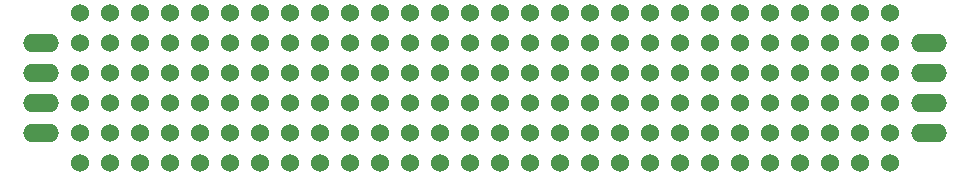
<source format=gbr>
%TF.GenerationSoftware,KiCad,Pcbnew,9.0.1*%
%TF.CreationDate,2025-05-06T23:45:29-04:00*%
%TF.ProjectId,classic-protoboard_6x28,636c6173-7369-4632-9d70-726f746f626f,rev?*%
%TF.SameCoordinates,Original*%
%TF.FileFunction,Copper,L1,Top*%
%TF.FilePolarity,Positive*%
%FSLAX46Y46*%
G04 Gerber Fmt 4.6, Leading zero omitted, Abs format (unit mm)*
G04 Created by KiCad (PCBNEW 9.0.1) date 2025-05-06 23:45:29*
%MOMM*%
%LPD*%
G01*
G04 APERTURE LIST*
%TA.AperFunction,SMDPad,CuDef*%
%ADD10O,3.048000X1.524000*%
%TD*%
%TA.AperFunction,ViaPad*%
%ADD11C,1.524000*%
%TD*%
G04 APERTURE END LIST*
D10*
%TO.P,REF\u002A\u002A,1*%
%TO.N,N/C*%
X108530000Y-130910000D03*
%TD*%
%TO.P,REF\u002A\u002A,1*%
%TO.N,N/C*%
X108530000Y-123290000D03*
%TD*%
%TO.P,REF\u002A\u002A,1*%
%TO.N,N/C*%
X108530000Y-128370000D03*
%TD*%
%TO.P,REF\u002A\u002A,1*%
%TO.N,N/C*%
X183714000Y-123290000D03*
%TD*%
%TO.P,REF\u002A\u002A,1*%
%TO.N,N/C*%
X183714000Y-130910000D03*
%TD*%
%TO.P,REF\u002A\u002A,1*%
%TO.N,N/C*%
X183714000Y-128370000D03*
%TD*%
%TO.P,REF\u002A\u002A,1*%
%TO.N,N/C*%
X183714000Y-125830000D03*
%TD*%
%TO.P,REF\u002A\u002A,1*%
%TO.N,N/C*%
X108530000Y-125830000D03*
%TD*%
D11*
%TO.N,*%
X162632000Y-130910000D03*
X165172000Y-130910000D03*
X167712000Y-130910000D03*
X180412000Y-130910000D03*
X132152000Y-128370000D03*
X111832000Y-130910000D03*
X114372000Y-128370000D03*
X137232000Y-128370000D03*
X142312000Y-128370000D03*
X157552000Y-120750000D03*
X160092000Y-128370000D03*
X139772000Y-133450000D03*
X142312000Y-133450000D03*
X116912000Y-133450000D03*
X127072000Y-128370000D03*
X144852000Y-133450000D03*
X147392000Y-133450000D03*
X160092000Y-120750000D03*
X132152000Y-130910000D03*
X144852000Y-120750000D03*
X111832000Y-128370000D03*
X121992000Y-125830000D03*
X129612000Y-125830000D03*
X124532000Y-128370000D03*
X111832000Y-125830000D03*
X155012000Y-123290000D03*
X147392000Y-128370000D03*
X160092000Y-133450000D03*
X157552000Y-125830000D03*
X162632000Y-133450000D03*
X165172000Y-133450000D03*
X167712000Y-133450000D03*
X180412000Y-133450000D03*
X167712000Y-125830000D03*
X121992000Y-120750000D03*
X132152000Y-123290000D03*
X121992000Y-133450000D03*
X124532000Y-123290000D03*
X129612000Y-120750000D03*
X160092000Y-130910000D03*
X111832000Y-133450000D03*
X149932000Y-130910000D03*
X127072000Y-125830000D03*
X124532000Y-120750000D03*
X147392000Y-120750000D03*
X114372000Y-133450000D03*
X165172000Y-123290000D03*
X165172000Y-125830000D03*
X167712000Y-120750000D03*
X180412000Y-120750000D03*
X162632000Y-128370000D03*
X165172000Y-128370000D03*
X162632000Y-120750000D03*
X165172000Y-120750000D03*
X167712000Y-123290000D03*
X139772000Y-128370000D03*
X121992000Y-130910000D03*
X124532000Y-130910000D03*
X160092000Y-125830000D03*
X157552000Y-130910000D03*
X155012000Y-120750000D03*
X114372000Y-130910000D03*
X127072000Y-123290000D03*
X132152000Y-120750000D03*
X121992000Y-123290000D03*
X152472000Y-123290000D03*
X119452000Y-120750000D03*
X149932000Y-120750000D03*
X152472000Y-128370000D03*
X139772000Y-130910000D03*
X142312000Y-130910000D03*
X144852000Y-130910000D03*
X147392000Y-130910000D03*
X144852000Y-128370000D03*
X119452000Y-125830000D03*
X144852000Y-123290000D03*
X134692000Y-128370000D03*
X129612000Y-128370000D03*
X137232000Y-125830000D03*
X127072000Y-133450000D03*
X137232000Y-120750000D03*
X111832000Y-123290000D03*
X114372000Y-123290000D03*
X147392000Y-125830000D03*
X157552000Y-123290000D03*
X147392000Y-123290000D03*
X149932000Y-123290000D03*
X152472000Y-125830000D03*
X134692000Y-123290000D03*
X127072000Y-120750000D03*
X116912000Y-128370000D03*
X152472000Y-130910000D03*
X155012000Y-130910000D03*
X149932000Y-128370000D03*
X139772000Y-120750000D03*
X132152000Y-125830000D03*
X119452000Y-123290000D03*
X144852000Y-125830000D03*
X116912000Y-123290000D03*
X134692000Y-125830000D03*
X119452000Y-128370000D03*
X121992000Y-128370000D03*
X134692000Y-130910000D03*
X137232000Y-130910000D03*
X157552000Y-128370000D03*
X155012000Y-125830000D03*
X139772000Y-123290000D03*
X162632000Y-123290000D03*
X111832000Y-120750000D03*
X180412000Y-123290000D03*
X167712000Y-128370000D03*
X180412000Y-128370000D03*
X180412000Y-125830000D03*
X162632000Y-125830000D03*
X134692000Y-120750000D03*
X124532000Y-125830000D03*
X137232000Y-123290000D03*
X157552000Y-133450000D03*
X116912000Y-120750000D03*
X116912000Y-130910000D03*
X119452000Y-130910000D03*
X149932000Y-133450000D03*
X152472000Y-133450000D03*
X155012000Y-133450000D03*
X129612000Y-133450000D03*
X132152000Y-133450000D03*
X124532000Y-133450000D03*
X134692000Y-133450000D03*
X137232000Y-133450000D03*
X119452000Y-133450000D03*
X152472000Y-120750000D03*
X139772000Y-125830000D03*
X142312000Y-125830000D03*
X114372000Y-125830000D03*
X116912000Y-125830000D03*
X160092000Y-123290000D03*
X142312000Y-123290000D03*
X114372000Y-120750000D03*
X149932000Y-125830000D03*
X127072000Y-130910000D03*
X129612000Y-130910000D03*
X155012000Y-128370000D03*
X142312000Y-120750000D03*
X129612000Y-123290000D03*
X170252000Y-130910000D03*
X172792000Y-130910000D03*
X175332000Y-130910000D03*
X177872000Y-130910000D03*
X170252000Y-133450000D03*
X172792000Y-133450000D03*
X175332000Y-133450000D03*
X177872000Y-133450000D03*
X170252000Y-125830000D03*
X172792000Y-125830000D03*
X175332000Y-125830000D03*
X177872000Y-125830000D03*
X170252000Y-120750000D03*
X172792000Y-120750000D03*
X175332000Y-120750000D03*
X177872000Y-120750000D03*
X170252000Y-123290000D03*
X172792000Y-123290000D03*
X175332000Y-123290000D03*
X177872000Y-123290000D03*
X170252000Y-128370000D03*
X172792000Y-128370000D03*
X175332000Y-128370000D03*
X177872000Y-128370000D03*
%TD*%
M02*

</source>
